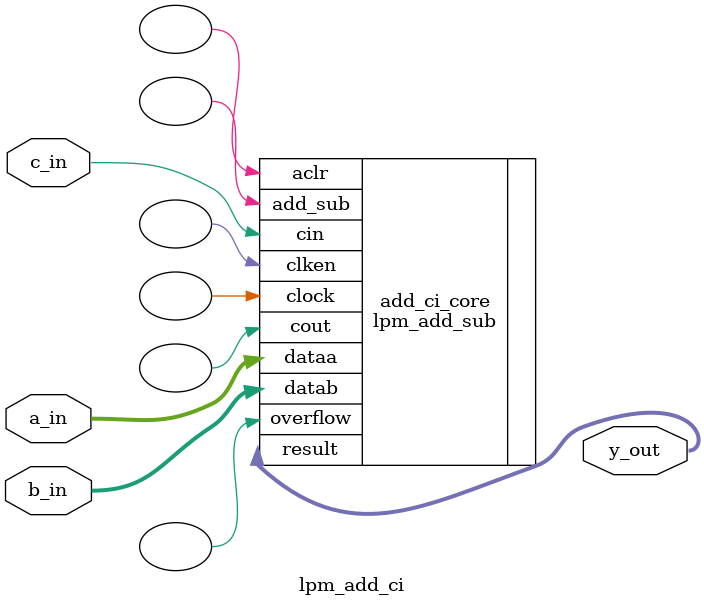
<source format=v>

module lpm_add_ci #(parameter WIDTH_IN_OUT=16)
    (
        input     wire                                     c_in,
        input     wire     signed    [WIDTH_IN_OUT-1:0]    a_in,
        input     wire     signed    [WIDTH_IN_OUT-1:0]    b_in,
        output    wire     signed    [WIDTH_IN_OUT-1:0]    y_out
    );

   lpm_add_sub   add_ci_core (
            .cin (c_in),
            .dataa (a_in),
            .datab (b_in),
            .result (y_out),
            .aclr (),
            .add_sub (),
            .clken (),
            .clock (),
            .cout (),
            .overflow ()
            );
   defparam
      add_ci_core.lpm_direction = "ADD",
      add_ci_core.lpm_hint = "ONE_INPUT_IS_CONSTANT=NO,CIN_USED=YES",
      add_ci_core.lpm_representation = "SIGNED",
      add_ci_core.lpm_type = "LPM_ADD_SUB",
      add_ci_core.lpm_width = WIDTH_IN_OUT;

endmodule
</source>
